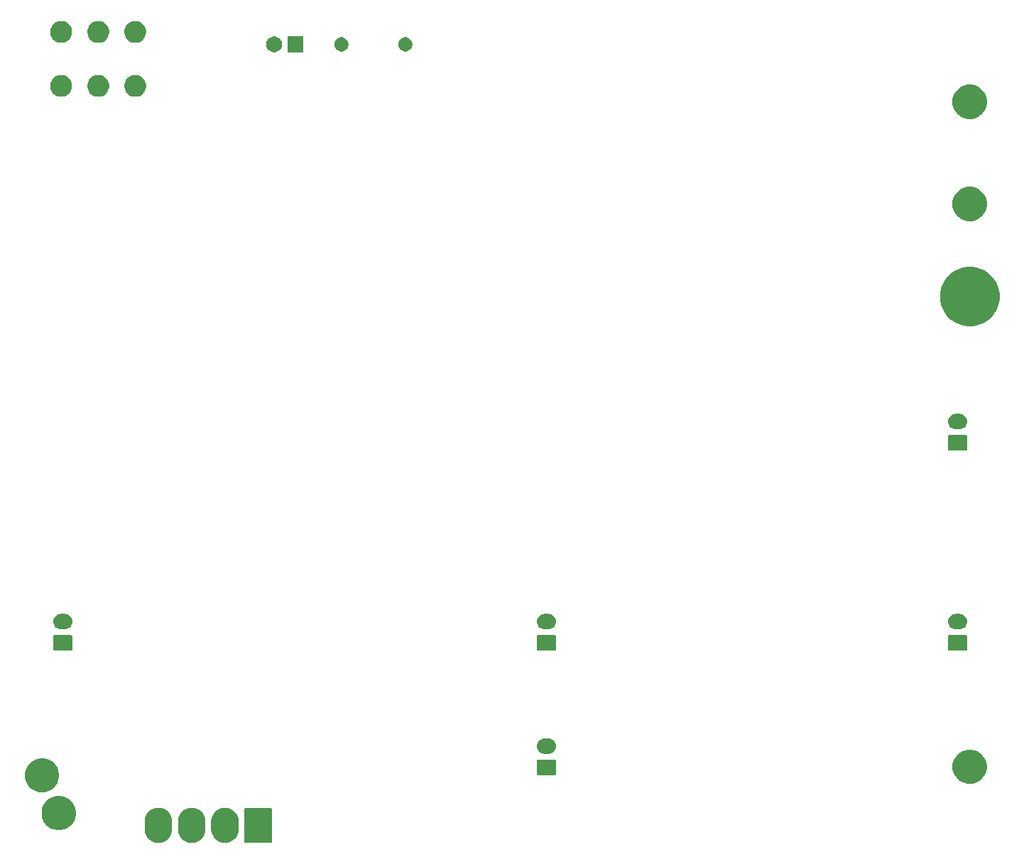
<source format=gbr>
G04 #@! TF.GenerationSoftware,KiCad,Pcbnew,(5.1.5-0-10_14)*
G04 #@! TF.CreationDate,2020-10-31T12:06:31+01:00*
G04 #@! TF.ProjectId,ti99-psu,74693939-2d70-4737-952e-6b696361645f,rev?*
G04 #@! TF.SameCoordinates,Original*
G04 #@! TF.FileFunction,Soldermask,Top*
G04 #@! TF.FilePolarity,Negative*
%FSLAX46Y46*%
G04 Gerber Fmt 4.6, Leading zero omitted, Abs format (unit mm)*
G04 Created by KiCad (PCBNEW (5.1.5-0-10_14)) date 2020-10-31 12:06:31*
%MOMM*%
%LPD*%
G04 APERTURE LIST*
%ADD10C,0.100000*%
G04 APERTURE END LIST*
D10*
G36*
X54779730Y-142766099D02*
G01*
X55087179Y-142859363D01*
X55370518Y-143010811D01*
X55618871Y-143214629D01*
X55822689Y-143462982D01*
X55974137Y-143746321D01*
X56067401Y-144053770D01*
X56091000Y-144293379D01*
X56091000Y-145393622D01*
X56067401Y-145633230D01*
X55974137Y-145940679D01*
X55822691Y-146224014D01*
X55822688Y-146224019D01*
X55618871Y-146472371D01*
X55370518Y-146676188D01*
X55370514Y-146676191D01*
X55087178Y-146827637D01*
X54779729Y-146920901D01*
X54460000Y-146952391D01*
X54140270Y-146920901D01*
X53832821Y-146827637D01*
X53549482Y-146676189D01*
X53480044Y-146619202D01*
X53301129Y-146472371D01*
X53097312Y-146224018D01*
X53097311Y-146224017D01*
X53097309Y-146224014D01*
X52945863Y-145940678D01*
X52852599Y-145633229D01*
X52829000Y-145393621D01*
X52829000Y-144293378D01*
X52852599Y-144053770D01*
X52945863Y-143746321D01*
X53036632Y-143576506D01*
X53097312Y-143462981D01*
X53301130Y-143214629D01*
X53549482Y-143010812D01*
X53549481Y-143010812D01*
X53549483Y-143010811D01*
X53832822Y-142859363D01*
X54140271Y-142766099D01*
X54460000Y-142734609D01*
X54779730Y-142766099D01*
G37*
G36*
X58739730Y-142766099D02*
G01*
X59047179Y-142859363D01*
X59330518Y-143010811D01*
X59578871Y-143214629D01*
X59782689Y-143462982D01*
X59934137Y-143746321D01*
X60027401Y-144053770D01*
X60051000Y-144293379D01*
X60051000Y-145393622D01*
X60027401Y-145633230D01*
X59934137Y-145940679D01*
X59782691Y-146224014D01*
X59782688Y-146224019D01*
X59578871Y-146472371D01*
X59330518Y-146676188D01*
X59330514Y-146676191D01*
X59047178Y-146827637D01*
X58739729Y-146920901D01*
X58420000Y-146952391D01*
X58100270Y-146920901D01*
X57792821Y-146827637D01*
X57509482Y-146676189D01*
X57440044Y-146619202D01*
X57261129Y-146472371D01*
X57057312Y-146224018D01*
X57057311Y-146224017D01*
X57057309Y-146224014D01*
X56905863Y-145940678D01*
X56812599Y-145633229D01*
X56789000Y-145393621D01*
X56789000Y-144293378D01*
X56812599Y-144053770D01*
X56905863Y-143746321D01*
X56996632Y-143576506D01*
X57057312Y-143462981D01*
X57261130Y-143214629D01*
X57509482Y-143010812D01*
X57509481Y-143010812D01*
X57509483Y-143010811D01*
X57792822Y-142859363D01*
X58100271Y-142766099D01*
X58420000Y-142734609D01*
X58739730Y-142766099D01*
G37*
G36*
X62699730Y-142766099D02*
G01*
X63007179Y-142859363D01*
X63290518Y-143010811D01*
X63538871Y-143214629D01*
X63742689Y-143462982D01*
X63894137Y-143746321D01*
X63987401Y-144053770D01*
X64011000Y-144293379D01*
X64011000Y-145393622D01*
X63987401Y-145633230D01*
X63894137Y-145940679D01*
X63742691Y-146224014D01*
X63742688Y-146224019D01*
X63538871Y-146472371D01*
X63290518Y-146676188D01*
X63290514Y-146676191D01*
X63007178Y-146827637D01*
X62699729Y-146920901D01*
X62380000Y-146952391D01*
X62060270Y-146920901D01*
X61752821Y-146827637D01*
X61469482Y-146676189D01*
X61400044Y-146619202D01*
X61221129Y-146472371D01*
X61017312Y-146224018D01*
X61017311Y-146224017D01*
X61017309Y-146224014D01*
X60865863Y-145940678D01*
X60772599Y-145633229D01*
X60749000Y-145393621D01*
X60749000Y-144293378D01*
X60772599Y-144053770D01*
X60865863Y-143746321D01*
X60956632Y-143576506D01*
X61017312Y-143462981D01*
X61221130Y-143214629D01*
X61469482Y-143010812D01*
X61469481Y-143010812D01*
X61469483Y-143010811D01*
X61752822Y-142859363D01*
X62060271Y-142766099D01*
X62380000Y-142734609D01*
X62699730Y-142766099D01*
G37*
G36*
X67847850Y-142746030D02*
G01*
X67876413Y-142754694D01*
X67902734Y-142768763D01*
X67925804Y-142787696D01*
X67944737Y-142810766D01*
X67958806Y-142837087D01*
X67967470Y-142865650D01*
X67971000Y-142901490D01*
X67971000Y-146785510D01*
X67967470Y-146821350D01*
X67958806Y-146849913D01*
X67944737Y-146876234D01*
X67925804Y-146899304D01*
X67902734Y-146918237D01*
X67876413Y-146932306D01*
X67847850Y-146940970D01*
X67812010Y-146944500D01*
X64867990Y-146944500D01*
X64832150Y-146940970D01*
X64803587Y-146932306D01*
X64777266Y-146918237D01*
X64754196Y-146899304D01*
X64735263Y-146876234D01*
X64721194Y-146849913D01*
X64712530Y-146821350D01*
X64709000Y-146785510D01*
X64709000Y-142901490D01*
X64712530Y-142865650D01*
X64721194Y-142837087D01*
X64735263Y-142810766D01*
X64754196Y-142787696D01*
X64777266Y-142768763D01*
X64803587Y-142754694D01*
X64832150Y-142746030D01*
X64867990Y-142742500D01*
X67812010Y-142742500D01*
X67847850Y-142746030D01*
G37*
G36*
X43174754Y-141402318D02*
G01*
X43548011Y-141556926D01*
X43548013Y-141556927D01*
X43883936Y-141781384D01*
X44169616Y-142067064D01*
X44394074Y-142402989D01*
X44548682Y-142776246D01*
X44627500Y-143172493D01*
X44627500Y-143576507D01*
X44548682Y-143972754D01*
X44415873Y-144293383D01*
X44394073Y-144346013D01*
X44169616Y-144681936D01*
X43883936Y-144967616D01*
X43548013Y-145192073D01*
X43548012Y-145192074D01*
X43548011Y-145192074D01*
X43174754Y-145346682D01*
X42778507Y-145425500D01*
X42374493Y-145425500D01*
X41978246Y-145346682D01*
X41604989Y-145192074D01*
X41604988Y-145192074D01*
X41604987Y-145192073D01*
X41269064Y-144967616D01*
X40983384Y-144681936D01*
X40758927Y-144346013D01*
X40737127Y-144293383D01*
X40604318Y-143972754D01*
X40525500Y-143576507D01*
X40525500Y-143172493D01*
X40604318Y-142776246D01*
X40758926Y-142402989D01*
X40983384Y-142067064D01*
X41269064Y-141781384D01*
X41604987Y-141556927D01*
X41604989Y-141556926D01*
X41978246Y-141402318D01*
X42374493Y-141323500D01*
X42778507Y-141323500D01*
X43174754Y-141402318D01*
G37*
G36*
X41174754Y-136902318D02*
G01*
X41461630Y-137021146D01*
X41548013Y-137056927D01*
X41783123Y-137214023D01*
X41883936Y-137281384D01*
X42169616Y-137567064D01*
X42394074Y-137902989D01*
X42548682Y-138276246D01*
X42627500Y-138672493D01*
X42627500Y-139076507D01*
X42548682Y-139472754D01*
X42464464Y-139676074D01*
X42394073Y-139846013D01*
X42169616Y-140181936D01*
X41883936Y-140467616D01*
X41548013Y-140692073D01*
X41548012Y-140692074D01*
X41548011Y-140692074D01*
X41174754Y-140846682D01*
X40778507Y-140925500D01*
X40374493Y-140925500D01*
X39978246Y-140846682D01*
X39604989Y-140692074D01*
X39604988Y-140692074D01*
X39604987Y-140692073D01*
X39269064Y-140467616D01*
X38983384Y-140181936D01*
X38758927Y-139846013D01*
X38688536Y-139676074D01*
X38604318Y-139472754D01*
X38525500Y-139076507D01*
X38525500Y-138672493D01*
X38604318Y-138276246D01*
X38758926Y-137902989D01*
X38983384Y-137567064D01*
X39269064Y-137281384D01*
X39369877Y-137214023D01*
X39604987Y-137056927D01*
X39691370Y-137021146D01*
X39978246Y-136902318D01*
X40374493Y-136823500D01*
X40778507Y-136823500D01*
X41174754Y-136902318D01*
G37*
G36*
X151791754Y-135886318D02*
G01*
X152154077Y-136036397D01*
X152165013Y-136040927D01*
X152330480Y-136151489D01*
X152500936Y-136265384D01*
X152786616Y-136551064D01*
X153011074Y-136886989D01*
X153165682Y-137260246D01*
X153244500Y-137656493D01*
X153244500Y-138060507D01*
X153165682Y-138456754D01*
X153011461Y-138829077D01*
X153011073Y-138830013D01*
X152786616Y-139165936D01*
X152500936Y-139451616D01*
X152165013Y-139676073D01*
X152165012Y-139676074D01*
X152165011Y-139676074D01*
X151791754Y-139830682D01*
X151395507Y-139909500D01*
X150991493Y-139909500D01*
X150595246Y-139830682D01*
X150221989Y-139676074D01*
X150221988Y-139676074D01*
X150221987Y-139676073D01*
X149886064Y-139451616D01*
X149600384Y-139165936D01*
X149375927Y-138830013D01*
X149375539Y-138829077D01*
X149221318Y-138456754D01*
X149142500Y-138060507D01*
X149142500Y-137656493D01*
X149221318Y-137260246D01*
X149375926Y-136886989D01*
X149600384Y-136551064D01*
X149886064Y-136265384D01*
X150056520Y-136151489D01*
X150221987Y-136040927D01*
X150232923Y-136036397D01*
X150595246Y-135886318D01*
X150991493Y-135807500D01*
X151395507Y-135807500D01*
X151791754Y-135886318D01*
G37*
G36*
X101720561Y-137004966D02*
G01*
X101753383Y-137014923D01*
X101783632Y-137031092D01*
X101810148Y-137052852D01*
X101831908Y-137079368D01*
X101848077Y-137109617D01*
X101858034Y-137142439D01*
X101862000Y-137182713D01*
X101862000Y-138661287D01*
X101858034Y-138701561D01*
X101848077Y-138734383D01*
X101831908Y-138764632D01*
X101810148Y-138791148D01*
X101783632Y-138812908D01*
X101753383Y-138829077D01*
X101720561Y-138839034D01*
X101680287Y-138843000D01*
X99741713Y-138843000D01*
X99701439Y-138839034D01*
X99668617Y-138829077D01*
X99638368Y-138812908D01*
X99611852Y-138791148D01*
X99590092Y-138764632D01*
X99573923Y-138734383D01*
X99563966Y-138701561D01*
X99560000Y-138661287D01*
X99560000Y-137182713D01*
X99563966Y-137142439D01*
X99573923Y-137109617D01*
X99590092Y-137079368D01*
X99611852Y-137052852D01*
X99638368Y-137031092D01*
X99668617Y-137014923D01*
X99701439Y-137004966D01*
X99741713Y-137001000D01*
X101680287Y-137001000D01*
X101720561Y-137004966D01*
G37*
G36*
X101031345Y-134465442D02*
G01*
X101121548Y-134474326D01*
X101295157Y-134526990D01*
X101455156Y-134612511D01*
X101498729Y-134648271D01*
X101595397Y-134727603D01*
X101674729Y-134824271D01*
X101710489Y-134867844D01*
X101796010Y-135027843D01*
X101848674Y-135201452D01*
X101866456Y-135382000D01*
X101848674Y-135562548D01*
X101796010Y-135736157D01*
X101710489Y-135896156D01*
X101674729Y-135939729D01*
X101595397Y-136036397D01*
X101498729Y-136115729D01*
X101455156Y-136151489D01*
X101295157Y-136237010D01*
X101121548Y-136289674D01*
X101031345Y-136298558D01*
X100986245Y-136303000D01*
X100435755Y-136303000D01*
X100390655Y-136298558D01*
X100300452Y-136289674D01*
X100126843Y-136237010D01*
X99966844Y-136151489D01*
X99923271Y-136115729D01*
X99826603Y-136036397D01*
X99747271Y-135939729D01*
X99711511Y-135896156D01*
X99625990Y-135736157D01*
X99573326Y-135562548D01*
X99555544Y-135382000D01*
X99573326Y-135201452D01*
X99625990Y-135027843D01*
X99711511Y-134867844D01*
X99747271Y-134824271D01*
X99826603Y-134727603D01*
X99923271Y-134648271D01*
X99966844Y-134612511D01*
X100126843Y-134526990D01*
X100300452Y-134474326D01*
X100390655Y-134465442D01*
X100435755Y-134461000D01*
X100986245Y-134461000D01*
X101031345Y-134465442D01*
G37*
G36*
X150742561Y-122145966D02*
G01*
X150775383Y-122155923D01*
X150805632Y-122172092D01*
X150832148Y-122193852D01*
X150853908Y-122220368D01*
X150870077Y-122250617D01*
X150880034Y-122283439D01*
X150884000Y-122323713D01*
X150884000Y-123802287D01*
X150880034Y-123842561D01*
X150870077Y-123875383D01*
X150853908Y-123905632D01*
X150832148Y-123932148D01*
X150805632Y-123953908D01*
X150775383Y-123970077D01*
X150742561Y-123980034D01*
X150702287Y-123984000D01*
X148763713Y-123984000D01*
X148723439Y-123980034D01*
X148690617Y-123970077D01*
X148660368Y-123953908D01*
X148633852Y-123932148D01*
X148612092Y-123905632D01*
X148595923Y-123875383D01*
X148585966Y-123842561D01*
X148582000Y-123802287D01*
X148582000Y-122323713D01*
X148585966Y-122283439D01*
X148595923Y-122250617D01*
X148612092Y-122220368D01*
X148633852Y-122193852D01*
X148660368Y-122172092D01*
X148690617Y-122155923D01*
X148723439Y-122145966D01*
X148763713Y-122142000D01*
X150702287Y-122142000D01*
X150742561Y-122145966D01*
G37*
G36*
X101720561Y-122145966D02*
G01*
X101753383Y-122155923D01*
X101783632Y-122172092D01*
X101810148Y-122193852D01*
X101831908Y-122220368D01*
X101848077Y-122250617D01*
X101858034Y-122283439D01*
X101862000Y-122323713D01*
X101862000Y-123802287D01*
X101858034Y-123842561D01*
X101848077Y-123875383D01*
X101831908Y-123905632D01*
X101810148Y-123932148D01*
X101783632Y-123953908D01*
X101753383Y-123970077D01*
X101720561Y-123980034D01*
X101680287Y-123984000D01*
X99741713Y-123984000D01*
X99701439Y-123980034D01*
X99668617Y-123970077D01*
X99638368Y-123953908D01*
X99611852Y-123932148D01*
X99590092Y-123905632D01*
X99573923Y-123875383D01*
X99563966Y-123842561D01*
X99560000Y-123802287D01*
X99560000Y-122323713D01*
X99563966Y-122283439D01*
X99573923Y-122250617D01*
X99590092Y-122220368D01*
X99611852Y-122193852D01*
X99638368Y-122172092D01*
X99668617Y-122155923D01*
X99701439Y-122145966D01*
X99741713Y-122142000D01*
X101680287Y-122142000D01*
X101720561Y-122145966D01*
G37*
G36*
X44062561Y-122145966D02*
G01*
X44095383Y-122155923D01*
X44125632Y-122172092D01*
X44152148Y-122193852D01*
X44173908Y-122220368D01*
X44190077Y-122250617D01*
X44200034Y-122283439D01*
X44204000Y-122323713D01*
X44204000Y-123802287D01*
X44200034Y-123842561D01*
X44190077Y-123875383D01*
X44173908Y-123905632D01*
X44152148Y-123932148D01*
X44125632Y-123953908D01*
X44095383Y-123970077D01*
X44062561Y-123980034D01*
X44022287Y-123984000D01*
X42083713Y-123984000D01*
X42043439Y-123980034D01*
X42010617Y-123970077D01*
X41980368Y-123953908D01*
X41953852Y-123932148D01*
X41932092Y-123905632D01*
X41915923Y-123875383D01*
X41905966Y-123842561D01*
X41902000Y-123802287D01*
X41902000Y-122323713D01*
X41905966Y-122283439D01*
X41915923Y-122250617D01*
X41932092Y-122220368D01*
X41953852Y-122193852D01*
X41980368Y-122172092D01*
X42010617Y-122155923D01*
X42043439Y-122145966D01*
X42083713Y-122142000D01*
X44022287Y-122142000D01*
X44062561Y-122145966D01*
G37*
G36*
X150053345Y-119606442D02*
G01*
X150143548Y-119615326D01*
X150317157Y-119667990D01*
X150477156Y-119753511D01*
X150520729Y-119789271D01*
X150617397Y-119868603D01*
X150696729Y-119965271D01*
X150732489Y-120008844D01*
X150818010Y-120168843D01*
X150870674Y-120342452D01*
X150888456Y-120523000D01*
X150870674Y-120703548D01*
X150818010Y-120877157D01*
X150732489Y-121037156D01*
X150696729Y-121080729D01*
X150617397Y-121177397D01*
X150520729Y-121256729D01*
X150477156Y-121292489D01*
X150317157Y-121378010D01*
X150143548Y-121430674D01*
X150053345Y-121439558D01*
X150008245Y-121444000D01*
X149457755Y-121444000D01*
X149412655Y-121439558D01*
X149322452Y-121430674D01*
X149148843Y-121378010D01*
X148988844Y-121292489D01*
X148945271Y-121256729D01*
X148848603Y-121177397D01*
X148769271Y-121080729D01*
X148733511Y-121037156D01*
X148647990Y-120877157D01*
X148595326Y-120703548D01*
X148577544Y-120523000D01*
X148595326Y-120342452D01*
X148647990Y-120168843D01*
X148733511Y-120008844D01*
X148769271Y-119965271D01*
X148848603Y-119868603D01*
X148945271Y-119789271D01*
X148988844Y-119753511D01*
X149148843Y-119667990D01*
X149322452Y-119615326D01*
X149412655Y-119606442D01*
X149457755Y-119602000D01*
X150008245Y-119602000D01*
X150053345Y-119606442D01*
G37*
G36*
X101031345Y-119606442D02*
G01*
X101121548Y-119615326D01*
X101295157Y-119667990D01*
X101455156Y-119753511D01*
X101498729Y-119789271D01*
X101595397Y-119868603D01*
X101674729Y-119965271D01*
X101710489Y-120008844D01*
X101796010Y-120168843D01*
X101848674Y-120342452D01*
X101866456Y-120523000D01*
X101848674Y-120703548D01*
X101796010Y-120877157D01*
X101710489Y-121037156D01*
X101674729Y-121080729D01*
X101595397Y-121177397D01*
X101498729Y-121256729D01*
X101455156Y-121292489D01*
X101295157Y-121378010D01*
X101121548Y-121430674D01*
X101031345Y-121439558D01*
X100986245Y-121444000D01*
X100435755Y-121444000D01*
X100390655Y-121439558D01*
X100300452Y-121430674D01*
X100126843Y-121378010D01*
X99966844Y-121292489D01*
X99923271Y-121256729D01*
X99826603Y-121177397D01*
X99747271Y-121080729D01*
X99711511Y-121037156D01*
X99625990Y-120877157D01*
X99573326Y-120703548D01*
X99555544Y-120523000D01*
X99573326Y-120342452D01*
X99625990Y-120168843D01*
X99711511Y-120008844D01*
X99747271Y-119965271D01*
X99826603Y-119868603D01*
X99923271Y-119789271D01*
X99966844Y-119753511D01*
X100126843Y-119667990D01*
X100300452Y-119615326D01*
X100390655Y-119606442D01*
X100435755Y-119602000D01*
X100986245Y-119602000D01*
X101031345Y-119606442D01*
G37*
G36*
X43373345Y-119606442D02*
G01*
X43463548Y-119615326D01*
X43637157Y-119667990D01*
X43797156Y-119753511D01*
X43840729Y-119789271D01*
X43937397Y-119868603D01*
X44016729Y-119965271D01*
X44052489Y-120008844D01*
X44138010Y-120168843D01*
X44190674Y-120342452D01*
X44208456Y-120523000D01*
X44190674Y-120703548D01*
X44138010Y-120877157D01*
X44052489Y-121037156D01*
X44016729Y-121080729D01*
X43937397Y-121177397D01*
X43840729Y-121256729D01*
X43797156Y-121292489D01*
X43637157Y-121378010D01*
X43463548Y-121430674D01*
X43373345Y-121439558D01*
X43328245Y-121444000D01*
X42777755Y-121444000D01*
X42732655Y-121439558D01*
X42642452Y-121430674D01*
X42468843Y-121378010D01*
X42308844Y-121292489D01*
X42265271Y-121256729D01*
X42168603Y-121177397D01*
X42089271Y-121080729D01*
X42053511Y-121037156D01*
X41967990Y-120877157D01*
X41915326Y-120703548D01*
X41897544Y-120523000D01*
X41915326Y-120342452D01*
X41967990Y-120168843D01*
X42053511Y-120008844D01*
X42089271Y-119965271D01*
X42168603Y-119868603D01*
X42265271Y-119789271D01*
X42308844Y-119753511D01*
X42468843Y-119667990D01*
X42642452Y-119615326D01*
X42732655Y-119606442D01*
X42777755Y-119602000D01*
X43328245Y-119602000D01*
X43373345Y-119606442D01*
G37*
G36*
X150742561Y-98269966D02*
G01*
X150775383Y-98279923D01*
X150805632Y-98296092D01*
X150832148Y-98317852D01*
X150853908Y-98344368D01*
X150870077Y-98374617D01*
X150880034Y-98407439D01*
X150884000Y-98447713D01*
X150884000Y-99926287D01*
X150880034Y-99966561D01*
X150870077Y-99999383D01*
X150853908Y-100029632D01*
X150832148Y-100056148D01*
X150805632Y-100077908D01*
X150775383Y-100094077D01*
X150742561Y-100104034D01*
X150702287Y-100108000D01*
X148763713Y-100108000D01*
X148723439Y-100104034D01*
X148690617Y-100094077D01*
X148660368Y-100077908D01*
X148633852Y-100056148D01*
X148612092Y-100029632D01*
X148595923Y-99999383D01*
X148585966Y-99966561D01*
X148582000Y-99926287D01*
X148582000Y-98447713D01*
X148585966Y-98407439D01*
X148595923Y-98374617D01*
X148612092Y-98344368D01*
X148633852Y-98317852D01*
X148660368Y-98296092D01*
X148690617Y-98279923D01*
X148723439Y-98269966D01*
X148763713Y-98266000D01*
X150702287Y-98266000D01*
X150742561Y-98269966D01*
G37*
G36*
X150053345Y-95730442D02*
G01*
X150143548Y-95739326D01*
X150317157Y-95791990D01*
X150477156Y-95877511D01*
X150520729Y-95913271D01*
X150617397Y-95992603D01*
X150696729Y-96089271D01*
X150732489Y-96132844D01*
X150818010Y-96292843D01*
X150870674Y-96466452D01*
X150888456Y-96647000D01*
X150870674Y-96827548D01*
X150818010Y-97001157D01*
X150732489Y-97161156D01*
X150696729Y-97204729D01*
X150617397Y-97301397D01*
X150520729Y-97380729D01*
X150477156Y-97416489D01*
X150317157Y-97502010D01*
X150143548Y-97554674D01*
X150053345Y-97563558D01*
X150008245Y-97568000D01*
X149457755Y-97568000D01*
X149412655Y-97563558D01*
X149322452Y-97554674D01*
X149148843Y-97502010D01*
X148988844Y-97416489D01*
X148945271Y-97380729D01*
X148848603Y-97301397D01*
X148769271Y-97204729D01*
X148733511Y-97161156D01*
X148647990Y-97001157D01*
X148595326Y-96827548D01*
X148577544Y-96647000D01*
X148595326Y-96466452D01*
X148647990Y-96292843D01*
X148733511Y-96132844D01*
X148769271Y-96089271D01*
X148848603Y-95992603D01*
X148945271Y-95913271D01*
X148988844Y-95877511D01*
X149148843Y-95791990D01*
X149322452Y-95739326D01*
X149412655Y-95730442D01*
X149457755Y-95726000D01*
X150008245Y-95726000D01*
X150053345Y-95730442D01*
G37*
G36*
X152229287Y-78309962D02*
G01*
X152229290Y-78309963D01*
X152229289Y-78309963D01*
X152875529Y-78577644D01*
X153457131Y-78966258D01*
X153951742Y-79460869D01*
X154340356Y-80042471D01*
X154340356Y-80042472D01*
X154608038Y-80688713D01*
X154744500Y-81374756D01*
X154744500Y-82074244D01*
X154608038Y-82760287D01*
X154608037Y-82760289D01*
X154340356Y-83406529D01*
X153951742Y-83988131D01*
X153457131Y-84482742D01*
X152875529Y-84871356D01*
X152418568Y-85060635D01*
X152229287Y-85139038D01*
X151543244Y-85275500D01*
X150843756Y-85275500D01*
X150157713Y-85139038D01*
X149968432Y-85060635D01*
X149511471Y-84871356D01*
X148929869Y-84482742D01*
X148435258Y-83988131D01*
X148046644Y-83406529D01*
X147778963Y-82760289D01*
X147778962Y-82760287D01*
X147642500Y-82074244D01*
X147642500Y-81374756D01*
X147778962Y-80688713D01*
X148046644Y-80042472D01*
X148046644Y-80042471D01*
X148435258Y-79460869D01*
X148929869Y-78966258D01*
X149511471Y-78577644D01*
X150157711Y-78309963D01*
X150157710Y-78309963D01*
X150157713Y-78309962D01*
X150843756Y-78173500D01*
X151543244Y-78173500D01*
X152229287Y-78309962D01*
G37*
G36*
X151791754Y-68703318D02*
G01*
X152165011Y-68857926D01*
X152165013Y-68857927D01*
X152500936Y-69082384D01*
X152786616Y-69368064D01*
X153011074Y-69703989D01*
X153165682Y-70077246D01*
X153244500Y-70473493D01*
X153244500Y-70877507D01*
X153165682Y-71273754D01*
X153011074Y-71647011D01*
X153011073Y-71647013D01*
X152786616Y-71982936D01*
X152500936Y-72268616D01*
X152165013Y-72493073D01*
X152165012Y-72493074D01*
X152165011Y-72493074D01*
X151791754Y-72647682D01*
X151395507Y-72726500D01*
X150991493Y-72726500D01*
X150595246Y-72647682D01*
X150221989Y-72493074D01*
X150221988Y-72493074D01*
X150221987Y-72493073D01*
X149886064Y-72268616D01*
X149600384Y-71982936D01*
X149375927Y-71647013D01*
X149375926Y-71647011D01*
X149221318Y-71273754D01*
X149142500Y-70877507D01*
X149142500Y-70473493D01*
X149221318Y-70077246D01*
X149375926Y-69703989D01*
X149600384Y-69368064D01*
X149886064Y-69082384D01*
X150221987Y-68857927D01*
X150221989Y-68857926D01*
X150595246Y-68703318D01*
X150991493Y-68624500D01*
X151395507Y-68624500D01*
X151791754Y-68703318D01*
G37*
G36*
X151791754Y-56511318D02*
G01*
X152165011Y-56665926D01*
X152165013Y-56665927D01*
X152500936Y-56890384D01*
X152786616Y-57176064D01*
X153011074Y-57511989D01*
X153165682Y-57885246D01*
X153244500Y-58281493D01*
X153244500Y-58685507D01*
X153165682Y-59081754D01*
X153011074Y-59455011D01*
X153011073Y-59455013D01*
X152786616Y-59790936D01*
X152500936Y-60076616D01*
X152165013Y-60301073D01*
X152165012Y-60301074D01*
X152165011Y-60301074D01*
X151791754Y-60455682D01*
X151395507Y-60534500D01*
X150991493Y-60534500D01*
X150595246Y-60455682D01*
X150221989Y-60301074D01*
X150221988Y-60301074D01*
X150221987Y-60301073D01*
X149886064Y-60076616D01*
X149600384Y-59790936D01*
X149375927Y-59455013D01*
X149375926Y-59455011D01*
X149221318Y-59081754D01*
X149142500Y-58685507D01*
X149142500Y-58281493D01*
X149221318Y-57885246D01*
X149375926Y-57511989D01*
X149600384Y-57176064D01*
X149886064Y-56890384D01*
X150221987Y-56665927D01*
X150221989Y-56665926D01*
X150595246Y-56511318D01*
X150991493Y-56432500D01*
X151395507Y-56432500D01*
X151791754Y-56511318D01*
G37*
G36*
X52068987Y-55327496D02*
G01*
X52305753Y-55425568D01*
X52305755Y-55425569D01*
X52518839Y-55567947D01*
X52700053Y-55749161D01*
X52842432Y-55962247D01*
X52940504Y-56199013D01*
X52990500Y-56450361D01*
X52990500Y-56706639D01*
X52940504Y-56957987D01*
X52850173Y-57176064D01*
X52842431Y-57194755D01*
X52700053Y-57407839D01*
X52518839Y-57589053D01*
X52305755Y-57731431D01*
X52305754Y-57731432D01*
X52305753Y-57731432D01*
X52068987Y-57829504D01*
X51817639Y-57879500D01*
X51561361Y-57879500D01*
X51310013Y-57829504D01*
X51073247Y-57731432D01*
X51073246Y-57731432D01*
X51073245Y-57731431D01*
X50860161Y-57589053D01*
X50678947Y-57407839D01*
X50536569Y-57194755D01*
X50528827Y-57176064D01*
X50438496Y-56957987D01*
X50388500Y-56706639D01*
X50388500Y-56450361D01*
X50438496Y-56199013D01*
X50536568Y-55962247D01*
X50678947Y-55749161D01*
X50860161Y-55567947D01*
X51073245Y-55425569D01*
X51073247Y-55425568D01*
X51310013Y-55327496D01*
X51561361Y-55277500D01*
X51817639Y-55277500D01*
X52068987Y-55327496D01*
G37*
G36*
X47653987Y-55327496D02*
G01*
X47890753Y-55425568D01*
X47890755Y-55425569D01*
X48103839Y-55567947D01*
X48285053Y-55749161D01*
X48427432Y-55962247D01*
X48525504Y-56199013D01*
X48575500Y-56450361D01*
X48575500Y-56706639D01*
X48525504Y-56957987D01*
X48435173Y-57176064D01*
X48427431Y-57194755D01*
X48285053Y-57407839D01*
X48103839Y-57589053D01*
X47890755Y-57731431D01*
X47890754Y-57731432D01*
X47890753Y-57731432D01*
X47653987Y-57829504D01*
X47402639Y-57879500D01*
X47146361Y-57879500D01*
X46895013Y-57829504D01*
X46658247Y-57731432D01*
X46658246Y-57731432D01*
X46658245Y-57731431D01*
X46445161Y-57589053D01*
X46263947Y-57407839D01*
X46121569Y-57194755D01*
X46113827Y-57176064D01*
X46023496Y-56957987D01*
X45973500Y-56706639D01*
X45973500Y-56450361D01*
X46023496Y-56199013D01*
X46121568Y-55962247D01*
X46263947Y-55749161D01*
X46445161Y-55567947D01*
X46658245Y-55425569D01*
X46658247Y-55425568D01*
X46895013Y-55327496D01*
X47146361Y-55277500D01*
X47402639Y-55277500D01*
X47653987Y-55327496D01*
G37*
G36*
X43238987Y-55327496D02*
G01*
X43475753Y-55425568D01*
X43475755Y-55425569D01*
X43688839Y-55567947D01*
X43870053Y-55749161D01*
X44012432Y-55962247D01*
X44110504Y-56199013D01*
X44160500Y-56450361D01*
X44160500Y-56706639D01*
X44110504Y-56957987D01*
X44020173Y-57176064D01*
X44012431Y-57194755D01*
X43870053Y-57407839D01*
X43688839Y-57589053D01*
X43475755Y-57731431D01*
X43475754Y-57731432D01*
X43475753Y-57731432D01*
X43238987Y-57829504D01*
X42987639Y-57879500D01*
X42731361Y-57879500D01*
X42480013Y-57829504D01*
X42243247Y-57731432D01*
X42243246Y-57731432D01*
X42243245Y-57731431D01*
X42030161Y-57589053D01*
X41848947Y-57407839D01*
X41706569Y-57194755D01*
X41698827Y-57176064D01*
X41608496Y-56957987D01*
X41558500Y-56706639D01*
X41558500Y-56450361D01*
X41608496Y-56199013D01*
X41706568Y-55962247D01*
X41848947Y-55749161D01*
X42030161Y-55567947D01*
X42243245Y-55425569D01*
X42243247Y-55425568D01*
X42480013Y-55327496D01*
X42731361Y-55277500D01*
X42987639Y-55277500D01*
X43238987Y-55327496D01*
G37*
G36*
X71753500Y-52576500D02*
G01*
X69851500Y-52576500D01*
X69851500Y-50674500D01*
X71753500Y-50674500D01*
X71753500Y-52576500D01*
G37*
G36*
X68539895Y-50711046D02*
G01*
X68712966Y-50782734D01*
X68712967Y-50782735D01*
X68868727Y-50886810D01*
X69001190Y-51019273D01*
X69043784Y-51083020D01*
X69105266Y-51175034D01*
X69176954Y-51348105D01*
X69213500Y-51531833D01*
X69213500Y-51719167D01*
X69176954Y-51902895D01*
X69105266Y-52075966D01*
X69105265Y-52075967D01*
X69001190Y-52231727D01*
X68868727Y-52364190D01*
X68845592Y-52379648D01*
X68712966Y-52468266D01*
X68539895Y-52539954D01*
X68356167Y-52576500D01*
X68168833Y-52576500D01*
X67985105Y-52539954D01*
X67812034Y-52468266D01*
X67679408Y-52379648D01*
X67656273Y-52364190D01*
X67523810Y-52231727D01*
X67419735Y-52075967D01*
X67419734Y-52075966D01*
X67348046Y-51902895D01*
X67311500Y-51719167D01*
X67311500Y-51531833D01*
X67348046Y-51348105D01*
X67419734Y-51175034D01*
X67481216Y-51083020D01*
X67523810Y-51019273D01*
X67656273Y-50886810D01*
X67812033Y-50782735D01*
X67812034Y-50782734D01*
X67985105Y-50711046D01*
X68168833Y-50674500D01*
X68356167Y-50674500D01*
X68539895Y-50711046D01*
G37*
G36*
X76511728Y-50807203D02*
G01*
X76666600Y-50871353D01*
X76805981Y-50964485D01*
X76924515Y-51083019D01*
X77017647Y-51222400D01*
X77081797Y-51377272D01*
X77114500Y-51541684D01*
X77114500Y-51709316D01*
X77081797Y-51873728D01*
X77017647Y-52028600D01*
X76924515Y-52167981D01*
X76805981Y-52286515D01*
X76666600Y-52379647D01*
X76511728Y-52443797D01*
X76347316Y-52476500D01*
X76179684Y-52476500D01*
X76015272Y-52443797D01*
X75860400Y-52379647D01*
X75721019Y-52286515D01*
X75602485Y-52167981D01*
X75509353Y-52028600D01*
X75445203Y-51873728D01*
X75412500Y-51709316D01*
X75412500Y-51541684D01*
X75445203Y-51377272D01*
X75509353Y-51222400D01*
X75602485Y-51083019D01*
X75721019Y-50964485D01*
X75860400Y-50871353D01*
X76015272Y-50807203D01*
X76179684Y-50774500D01*
X76347316Y-50774500D01*
X76511728Y-50807203D01*
G37*
G36*
X84131728Y-50807203D02*
G01*
X84286600Y-50871353D01*
X84425981Y-50964485D01*
X84544515Y-51083019D01*
X84637647Y-51222400D01*
X84701797Y-51377272D01*
X84734500Y-51541684D01*
X84734500Y-51709316D01*
X84701797Y-51873728D01*
X84637647Y-52028600D01*
X84544515Y-52167981D01*
X84425981Y-52286515D01*
X84286600Y-52379647D01*
X84131728Y-52443797D01*
X83967316Y-52476500D01*
X83799684Y-52476500D01*
X83635272Y-52443797D01*
X83480400Y-52379647D01*
X83341019Y-52286515D01*
X83222485Y-52167981D01*
X83129353Y-52028600D01*
X83065203Y-51873728D01*
X83032500Y-51709316D01*
X83032500Y-51541684D01*
X83065203Y-51377272D01*
X83129353Y-51222400D01*
X83222485Y-51083019D01*
X83341019Y-50964485D01*
X83480400Y-50871353D01*
X83635272Y-50807203D01*
X83799684Y-50774500D01*
X83967316Y-50774500D01*
X84131728Y-50807203D01*
G37*
G36*
X52068987Y-48890496D02*
G01*
X52305753Y-48988568D01*
X52305755Y-48988569D01*
X52518839Y-49130947D01*
X52700053Y-49312161D01*
X52842432Y-49525247D01*
X52940504Y-49762013D01*
X52990500Y-50013361D01*
X52990500Y-50269639D01*
X52940504Y-50520987D01*
X52861778Y-50711047D01*
X52842431Y-50757755D01*
X52700053Y-50970839D01*
X52518839Y-51152053D01*
X52305755Y-51294431D01*
X52305754Y-51294432D01*
X52305753Y-51294432D01*
X52068987Y-51392504D01*
X51817639Y-51442500D01*
X51561361Y-51442500D01*
X51310013Y-51392504D01*
X51073247Y-51294432D01*
X51073246Y-51294432D01*
X51073245Y-51294431D01*
X50860161Y-51152053D01*
X50678947Y-50970839D01*
X50536569Y-50757755D01*
X50517222Y-50711047D01*
X50438496Y-50520987D01*
X50388500Y-50269639D01*
X50388500Y-50013361D01*
X50438496Y-49762013D01*
X50536568Y-49525247D01*
X50678947Y-49312161D01*
X50860161Y-49130947D01*
X51073245Y-48988569D01*
X51073247Y-48988568D01*
X51310013Y-48890496D01*
X51561361Y-48840500D01*
X51817639Y-48840500D01*
X52068987Y-48890496D01*
G37*
G36*
X47653987Y-48890496D02*
G01*
X47890753Y-48988568D01*
X47890755Y-48988569D01*
X48103839Y-49130947D01*
X48285053Y-49312161D01*
X48427432Y-49525247D01*
X48525504Y-49762013D01*
X48575500Y-50013361D01*
X48575500Y-50269639D01*
X48525504Y-50520987D01*
X48446778Y-50711047D01*
X48427431Y-50757755D01*
X48285053Y-50970839D01*
X48103839Y-51152053D01*
X47890755Y-51294431D01*
X47890754Y-51294432D01*
X47890753Y-51294432D01*
X47653987Y-51392504D01*
X47402639Y-51442500D01*
X47146361Y-51442500D01*
X46895013Y-51392504D01*
X46658247Y-51294432D01*
X46658246Y-51294432D01*
X46658245Y-51294431D01*
X46445161Y-51152053D01*
X46263947Y-50970839D01*
X46121569Y-50757755D01*
X46102222Y-50711047D01*
X46023496Y-50520987D01*
X45973500Y-50269639D01*
X45973500Y-50013361D01*
X46023496Y-49762013D01*
X46121568Y-49525247D01*
X46263947Y-49312161D01*
X46445161Y-49130947D01*
X46658245Y-48988569D01*
X46658247Y-48988568D01*
X46895013Y-48890496D01*
X47146361Y-48840500D01*
X47402639Y-48840500D01*
X47653987Y-48890496D01*
G37*
G36*
X43238987Y-48890496D02*
G01*
X43475753Y-48988568D01*
X43475755Y-48988569D01*
X43688839Y-49130947D01*
X43870053Y-49312161D01*
X44012432Y-49525247D01*
X44110504Y-49762013D01*
X44160500Y-50013361D01*
X44160500Y-50269639D01*
X44110504Y-50520987D01*
X44031778Y-50711047D01*
X44012431Y-50757755D01*
X43870053Y-50970839D01*
X43688839Y-51152053D01*
X43475755Y-51294431D01*
X43475754Y-51294432D01*
X43475753Y-51294432D01*
X43238987Y-51392504D01*
X42987639Y-51442500D01*
X42731361Y-51442500D01*
X42480013Y-51392504D01*
X42243247Y-51294432D01*
X42243246Y-51294432D01*
X42243245Y-51294431D01*
X42030161Y-51152053D01*
X41848947Y-50970839D01*
X41706569Y-50757755D01*
X41687222Y-50711047D01*
X41608496Y-50520987D01*
X41558500Y-50269639D01*
X41558500Y-50013361D01*
X41608496Y-49762013D01*
X41706568Y-49525247D01*
X41848947Y-49312161D01*
X42030161Y-49130947D01*
X42243245Y-48988569D01*
X42243247Y-48988568D01*
X42480013Y-48890496D01*
X42731361Y-48840500D01*
X42987639Y-48840500D01*
X43238987Y-48890496D01*
G37*
M02*

</source>
